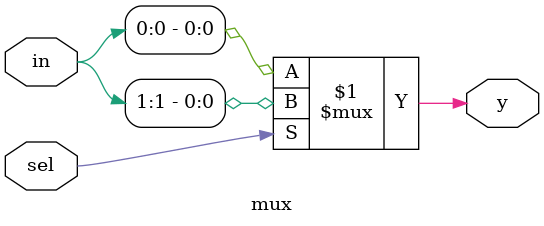
<source format=v>

`timescale 1 ns / 1 ns

module mux(y, in, sel);
  output y;
  input [1:0] in;
  input sel;
  
  assign y = sel?in[1]:in[0];
endmodule

</source>
